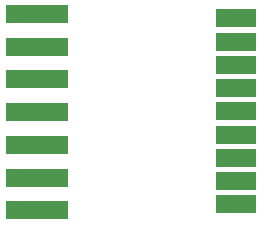
<source format=gbs>
G04 DipTrace 3.3.1.1*
G04 BottomMask.gbs*
%MOIN*%
G04 #@! TF.FileFunction,Soldermask,Bot*
G04 #@! TF.Part,Single*
%ADD32R,0.13288X0.06288*%
%ADD42R,0.20788X0.06238*%
%FSLAX26Y26*%
G04*
G70*
G90*
G75*
G01*
G04 BotMask*
%LPD*%
D42*
X500095Y479396D3*
Y588396D3*
Y697396D3*
Y806396D3*
Y915396D3*
Y1024396D3*
Y1133396D3*
D32*
X1162451Y1118700D3*
Y1041255D3*
Y963810D3*
Y886367D3*
Y808922D3*
Y731477D3*
Y654033D3*
Y576588D3*
Y499144D3*
M02*

</source>
